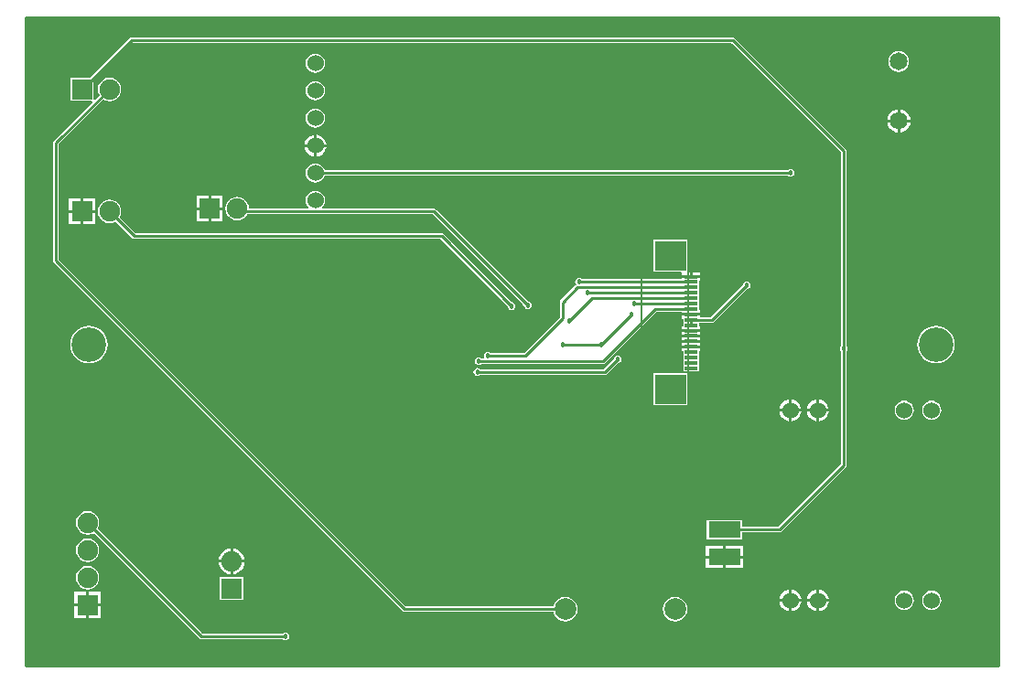
<source format=gbl>
G04*
G04 #@! TF.GenerationSoftware,Altium Limited,Altium Designer,18.1.7 (191)*
G04*
G04 Layer_Physical_Order=2*
G04 Layer_Color=16711680*
%FSLAX25Y25*%
%MOIN*%
G70*
G01*
G75*
%ADD10C,0.01000*%
%ADD12C,0.00787*%
%ADD18R,0.11811X0.05906*%
%ADD41C,0.07874*%
%ADD42C,0.06496*%
%ADD43R,0.07480X0.07480*%
%ADD44C,0.07480*%
%ADD45C,0.07480*%
%ADD46O,0.07480X0.07480*%
%ADD47R,0.07480X0.07480*%
%ADD48C,0.06000*%
%ADD49R,0.07480X0.07480*%
%ADD50C,0.01800*%
%ADD51C,0.12598*%
%ADD52R,0.11811X0.10630*%
%ADD53R,0.04724X0.01181*%
G36*
X540331Y183000D02*
X186000D01*
Y419220D01*
X540331D01*
Y183000D01*
D02*
G37*
%LPC*%
G36*
X504000Y406934D02*
X503022Y406805D01*
X502110Y406427D01*
X501327Y405827D01*
X500726Y405044D01*
X500348Y404132D01*
X500220Y403154D01*
X500348Y402175D01*
X500726Y401263D01*
X501327Y400480D01*
X502110Y399880D01*
X503022Y399502D01*
X504000Y399373D01*
X504978Y399502D01*
X505890Y399880D01*
X506673Y400480D01*
X507274Y401263D01*
X507652Y402175D01*
X507780Y403154D01*
X507652Y404132D01*
X507274Y405044D01*
X506673Y405827D01*
X505890Y406427D01*
X504978Y406805D01*
X504000Y406934D01*
D02*
G37*
G36*
X291500Y406030D02*
X290586Y405910D01*
X289735Y405557D01*
X289004Y404996D01*
X288443Y404265D01*
X288090Y403414D01*
X287970Y402500D01*
X288090Y401586D01*
X288443Y400735D01*
X289004Y400004D01*
X289735Y399443D01*
X290586Y399090D01*
X291500Y398970D01*
X292414Y399090D01*
X293265Y399443D01*
X293996Y400004D01*
X294557Y400735D01*
X294910Y401586D01*
X295030Y402500D01*
X294910Y403414D01*
X294557Y404265D01*
X293996Y404996D01*
X293265Y405557D01*
X292414Y405910D01*
X291500Y406030D01*
D02*
G37*
G36*
Y396030D02*
X290586Y395910D01*
X289735Y395557D01*
X289004Y394996D01*
X288443Y394265D01*
X288090Y393414D01*
X287970Y392500D01*
X288090Y391586D01*
X288443Y390735D01*
X289004Y390004D01*
X289735Y389443D01*
X290586Y389090D01*
X291500Y388970D01*
X292414Y389090D01*
X293265Y389443D01*
X293996Y390004D01*
X294557Y390735D01*
X294910Y391586D01*
X295030Y392500D01*
X294910Y393414D01*
X294557Y394265D01*
X293996Y394996D01*
X293265Y395557D01*
X292414Y395910D01*
X291500Y396030D01*
D02*
G37*
G36*
X504500Y385719D02*
Y382000D01*
X508219D01*
X508139Y382609D01*
X507711Y383642D01*
X507030Y384530D01*
X506142Y385211D01*
X505109Y385639D01*
X504500Y385719D01*
D02*
G37*
G36*
X503500D02*
X502891Y385639D01*
X501858Y385211D01*
X500970Y384530D01*
X500289Y383642D01*
X499861Y382609D01*
X499781Y382000D01*
X503500D01*
Y385719D01*
D02*
G37*
G36*
X291500Y386030D02*
X290586Y385910D01*
X289735Y385557D01*
X289004Y384996D01*
X288443Y384265D01*
X288090Y383414D01*
X287970Y382500D01*
X288090Y381586D01*
X288443Y380735D01*
X289004Y380004D01*
X289735Y379443D01*
X290586Y379090D01*
X291500Y378970D01*
X292414Y379090D01*
X293265Y379443D01*
X293996Y380004D01*
X294557Y380735D01*
X294910Y381586D01*
X295030Y382500D01*
X294910Y383414D01*
X294557Y384265D01*
X293996Y384996D01*
X293265Y385557D01*
X292414Y385910D01*
X291500Y386030D01*
D02*
G37*
G36*
X508219Y381000D02*
X504500D01*
Y377281D01*
X505109Y377361D01*
X506142Y377789D01*
X507030Y378470D01*
X507711Y379358D01*
X508139Y380391D01*
X508219Y381000D01*
D02*
G37*
G36*
X503500D02*
X499781D01*
X499861Y380391D01*
X500289Y379358D01*
X500970Y378470D01*
X501858Y377789D01*
X502891Y377361D01*
X503500Y377281D01*
Y381000D01*
D02*
G37*
G36*
X292000Y376469D02*
Y373000D01*
X295469D01*
X295397Y373544D01*
X294994Y374517D01*
X294353Y375353D01*
X293517Y375994D01*
X292544Y376397D01*
X292000Y376469D01*
D02*
G37*
G36*
X291000D02*
X290456Y376397D01*
X289483Y375994D01*
X288647Y375353D01*
X288006Y374517D01*
X287603Y373544D01*
X287531Y373000D01*
X291000D01*
Y376469D01*
D02*
G37*
G36*
X295469Y372000D02*
X292000D01*
Y368531D01*
X292544Y368603D01*
X293517Y369006D01*
X294353Y369647D01*
X294994Y370483D01*
X295397Y371456D01*
X295469Y372000D01*
D02*
G37*
G36*
X291000D02*
X287531D01*
X287603Y371456D01*
X288006Y370483D01*
X288647Y369647D01*
X289483Y369006D01*
X290456Y368603D01*
X291000Y368531D01*
Y372000D01*
D02*
G37*
G36*
X291500Y366030D02*
X290586Y365910D01*
X289735Y365557D01*
X289004Y364996D01*
X288443Y364265D01*
X288090Y363414D01*
X287970Y362500D01*
X288090Y361586D01*
X288443Y360735D01*
X289004Y360004D01*
X289735Y359443D01*
X290586Y359090D01*
X291500Y358970D01*
X292414Y359090D01*
X293265Y359443D01*
X293996Y360004D01*
X294557Y360735D01*
X294866Y361480D01*
X463506D01*
X463954Y361181D01*
X464500Y361073D01*
X465046Y361181D01*
X465509Y361491D01*
X465819Y361954D01*
X465927Y362500D01*
X465819Y363046D01*
X465509Y363509D01*
X465046Y363819D01*
X464500Y363927D01*
X463954Y363819D01*
X463506Y363520D01*
X294866D01*
X294557Y364265D01*
X293996Y364996D01*
X293265Y365557D01*
X292414Y365910D01*
X291500Y366030D01*
D02*
G37*
G36*
X257740Y354240D02*
X253500D01*
Y350000D01*
X257740D01*
Y354240D01*
D02*
G37*
G36*
X252500D02*
X248260D01*
Y350000D01*
X252500D01*
Y354240D01*
D02*
G37*
G36*
X291500Y356030D02*
X290586Y355910D01*
X289735Y355557D01*
X289004Y354996D01*
X288443Y354265D01*
X288090Y353414D01*
X287970Y352500D01*
X288090Y351586D01*
X288443Y350735D01*
X288992Y350020D01*
X288965Y349838D01*
X288857Y349520D01*
X267274D01*
X267131Y350607D01*
X266704Y351638D01*
X266024Y352524D01*
X265138Y353204D01*
X264107Y353631D01*
X263000Y353777D01*
X261893Y353631D01*
X260862Y353204D01*
X259976Y352524D01*
X259296Y351638D01*
X258869Y350607D01*
X258723Y349500D01*
X258869Y348393D01*
X259296Y347362D01*
X259976Y346476D01*
X260862Y345796D01*
X261893Y345369D01*
X263000Y345223D01*
X264107Y345369D01*
X265138Y345796D01*
X266024Y346476D01*
X266704Y347362D01*
X266753Y347480D01*
X334294D01*
X367434Y314340D01*
X367540Y313812D01*
X367849Y313349D01*
X368312Y313039D01*
X368858Y312931D01*
X369405Y313039D01*
X369868Y313349D01*
X370177Y313812D01*
X370286Y314358D01*
X370177Y314904D01*
X369868Y315368D01*
X369405Y315677D01*
X368876Y315782D01*
X335437Y349221D01*
X335107Y349442D01*
X334717Y349520D01*
X294143D01*
X294035Y349838D01*
X294008Y350020D01*
X294557Y350735D01*
X294910Y351586D01*
X295030Y352500D01*
X294910Y353414D01*
X294557Y354265D01*
X293996Y354996D01*
X293265Y355557D01*
X292414Y355910D01*
X291500Y356030D01*
D02*
G37*
G36*
X211240Y353240D02*
X207000D01*
Y349000D01*
X211240D01*
Y353240D01*
D02*
G37*
G36*
X206000D02*
X201760D01*
Y349000D01*
X206000D01*
Y353240D01*
D02*
G37*
G36*
X257740Y349000D02*
X253500D01*
Y344760D01*
X257740D01*
Y349000D01*
D02*
G37*
G36*
X252500D02*
X248260D01*
Y344760D01*
X252500D01*
Y349000D01*
D02*
G37*
G36*
X211240Y348000D02*
X207000D01*
Y343760D01*
X211240D01*
Y348000D01*
D02*
G37*
G36*
X206000D02*
X201760D01*
Y343760D01*
X206000D01*
Y348000D01*
D02*
G37*
G36*
X431736Y326323D02*
X428874D01*
Y325232D01*
X431736D01*
Y326323D01*
D02*
G37*
G36*
X427457Y338146D02*
X414646D01*
Y326516D01*
X424592D01*
X425012Y326323D01*
X425012Y326016D01*
Y325232D01*
X427874D01*
Y326324D01*
X427457Y326516D01*
X427457Y326823D01*
Y338146D01*
D02*
G37*
G36*
X431736Y324232D02*
X425012D01*
Y323783D01*
X388494D01*
X388046Y324082D01*
X387500Y324191D01*
X386954Y324082D01*
X386491Y323773D01*
X386181Y323310D01*
X386073Y322764D01*
X386181Y322217D01*
X386491Y321754D01*
X386174Y321516D01*
X380779Y316121D01*
X380558Y315790D01*
X380480Y315400D01*
Y309922D01*
X367467Y296909D01*
X355384D01*
X354936Y297208D01*
X354390Y297317D01*
X353843Y297208D01*
X353380Y296899D01*
X353071Y296436D01*
X352962Y295890D01*
X353052Y295441D01*
X352784Y294941D01*
X351994D01*
X351546Y295240D01*
X351000Y295349D01*
X350454Y295240D01*
X349991Y294931D01*
X349681Y294467D01*
X349573Y293921D01*
X349681Y293375D01*
X349991Y292912D01*
X350454Y292602D01*
X351000Y292494D01*
X351546Y292602D01*
X351994Y292902D01*
X396201D01*
X396591Y292979D01*
X396922Y293200D01*
X415623Y311902D01*
X425012D01*
Y311453D01*
X431736D01*
Y312543D01*
X431236D01*
Y315768D01*
Y319705D01*
Y323142D01*
X431736D01*
Y324232D01*
D02*
G37*
G36*
X216500Y352777D02*
X215393Y352631D01*
X214362Y352204D01*
X213476Y351524D01*
X212796Y350638D01*
X212369Y349607D01*
X212223Y348500D01*
X212369Y347393D01*
X212796Y346362D01*
X213476Y345476D01*
X214362Y344796D01*
X215393Y344369D01*
X216500Y344223D01*
X217607Y344369D01*
X218638Y344796D01*
X218708Y344850D01*
X224779Y338779D01*
X225110Y338558D01*
X225500Y338480D01*
X337066D01*
X361529Y314017D01*
X361634Y313489D01*
X361943Y313026D01*
X362406Y312717D01*
X362953Y312608D01*
X363499Y312717D01*
X363962Y313026D01*
X364271Y313489D01*
X364380Y314035D01*
X364271Y314582D01*
X363962Y315045D01*
X363499Y315354D01*
X362971Y315459D01*
X338209Y340221D01*
X337878Y340442D01*
X337488Y340520D01*
X225922D01*
X220150Y346292D01*
X220204Y346362D01*
X220631Y347393D01*
X220777Y348500D01*
X220631Y349607D01*
X220204Y350638D01*
X219524Y351524D01*
X218638Y352204D01*
X217607Y352631D01*
X216500Y352777D01*
D02*
G37*
G36*
X448500Y322927D02*
X447954Y322819D01*
X447491Y322509D01*
X447181Y322046D01*
X447076Y321518D01*
X435562Y310004D01*
X431736D01*
Y310453D01*
X425012D01*
Y309362D01*
X425512D01*
Y306638D01*
X425012D01*
Y305547D01*
X431736D01*
Y306638D01*
X431236D01*
Y307965D01*
X435984D01*
X436374Y308042D01*
X436705Y308263D01*
X448518Y320076D01*
X449046Y320181D01*
X449509Y320491D01*
X449819Y320954D01*
X449927Y321500D01*
X449819Y322046D01*
X449509Y322509D01*
X449046Y322819D01*
X448500Y322927D01*
D02*
G37*
G36*
X431736Y304547D02*
X425012D01*
Y303579D01*
X431736D01*
Y304547D01*
D02*
G37*
G36*
Y302579D02*
X425012D01*
Y301610D01*
X431736D01*
Y302579D01*
D02*
G37*
G36*
Y300610D02*
X425012D01*
Y299642D01*
X431736D01*
Y300610D01*
D02*
G37*
G36*
X517500Y306832D02*
X516167Y306701D01*
X514886Y306312D01*
X513704Y305681D01*
X512669Y304831D01*
X511819Y303796D01*
X511188Y302614D01*
X510799Y301333D01*
X510668Y300000D01*
X510799Y298667D01*
X511188Y297386D01*
X511819Y296204D01*
X512669Y295169D01*
X513704Y294319D01*
X514886Y293688D01*
X516167Y293299D01*
X517500Y293168D01*
X518833Y293299D01*
X520115Y293688D01*
X521296Y294319D01*
X522331Y295169D01*
X523181Y296204D01*
X523812Y297386D01*
X524201Y298667D01*
X524332Y300000D01*
X524201Y301333D01*
X523812Y302614D01*
X523181Y303796D01*
X522331Y304831D01*
X521296Y305681D01*
X520115Y306312D01*
X518833Y306701D01*
X517500Y306832D01*
D02*
G37*
G36*
X209000D02*
X207667Y306701D01*
X206385Y306312D01*
X205204Y305681D01*
X204169Y304831D01*
X203319Y303796D01*
X202688Y302614D01*
X202299Y301333D01*
X202168Y300000D01*
X202299Y298667D01*
X202688Y297386D01*
X203319Y296204D01*
X204169Y295169D01*
X205204Y294319D01*
X206385Y293688D01*
X207667Y293299D01*
X209000Y293168D01*
X210333Y293299D01*
X211614Y293688D01*
X212796Y294319D01*
X213831Y295169D01*
X214681Y296204D01*
X215312Y297386D01*
X215701Y298667D01*
X215832Y300000D01*
X215701Y301333D01*
X215312Y302614D01*
X214681Y303796D01*
X213831Y304831D01*
X212796Y305681D01*
X211614Y306312D01*
X210333Y306701D01*
X209000Y306832D01*
D02*
G37*
G36*
X401500Y295927D02*
X400954Y295819D01*
X400491Y295509D01*
X400181Y295046D01*
X400076Y294518D01*
X396562Y291004D01*
X351494D01*
X351046Y291303D01*
X350500Y291412D01*
X349954Y291303D01*
X349491Y290994D01*
X349181Y290530D01*
X349073Y289984D01*
X349181Y289438D01*
X349491Y288975D01*
X349954Y288666D01*
X350500Y288557D01*
X351046Y288666D01*
X351494Y288965D01*
X396984D01*
X397374Y289042D01*
X397705Y289263D01*
X401518Y293076D01*
X402046Y293181D01*
X402509Y293491D01*
X402819Y293954D01*
X402927Y294500D01*
X402819Y295046D01*
X402509Y295509D01*
X402046Y295819D01*
X401500Y295927D01*
D02*
G37*
G36*
X431736Y298642D02*
X425012D01*
Y297551D01*
X425512D01*
Y294114D01*
Y290177D01*
X431236D01*
Y294114D01*
Y297551D01*
X431736D01*
Y298642D01*
D02*
G37*
G36*
X427457Y289484D02*
X414646D01*
Y277854D01*
X427457D01*
Y289484D01*
D02*
G37*
G36*
X475004Y279969D02*
Y276500D01*
X478473D01*
X478401Y277044D01*
X477998Y278017D01*
X477357Y278853D01*
X476521Y279494D01*
X475548Y279897D01*
X475004Y279969D01*
D02*
G37*
G36*
X465004D02*
Y276500D01*
X468473D01*
X468401Y277044D01*
X467998Y278017D01*
X467357Y278853D01*
X466521Y279494D01*
X465548Y279897D01*
X465004Y279969D01*
D02*
G37*
G36*
X464004Y279969D02*
X463460Y279897D01*
X462487Y279494D01*
X461651Y278853D01*
X461010Y278017D01*
X460607Y277044D01*
X460535Y276500D01*
X464004D01*
Y279969D01*
D02*
G37*
G36*
X474004D02*
X473460Y279897D01*
X472487Y279494D01*
X471651Y278853D01*
X471010Y278017D01*
X470607Y277044D01*
X470535Y276500D01*
X474004D01*
Y279969D01*
D02*
G37*
G36*
X516000Y279530D02*
X515086Y279410D01*
X514235Y279057D01*
X513504Y278496D01*
X512943Y277765D01*
X512590Y276914D01*
X512470Y276000D01*
X512590Y275086D01*
X512943Y274235D01*
X513504Y273504D01*
X514235Y272943D01*
X515086Y272590D01*
X516000Y272470D01*
X516914Y272590D01*
X517765Y272943D01*
X518496Y273504D01*
X519057Y274235D01*
X519410Y275086D01*
X519530Y276000D01*
X519410Y276914D01*
X519057Y277765D01*
X518496Y278496D01*
X517765Y279057D01*
X516914Y279410D01*
X516000Y279530D01*
D02*
G37*
G36*
X506000D02*
X505086Y279410D01*
X504235Y279057D01*
X503504Y278496D01*
X502943Y277765D01*
X502590Y276914D01*
X502470Y276000D01*
X502590Y275086D01*
X502943Y274235D01*
X503504Y273504D01*
X504235Y272943D01*
X505086Y272590D01*
X506000Y272470D01*
X506914Y272590D01*
X507765Y272943D01*
X508496Y273504D01*
X509057Y274235D01*
X509410Y275086D01*
X509530Y276000D01*
X509410Y276914D01*
X509057Y277765D01*
X508496Y278496D01*
X507765Y279057D01*
X506914Y279410D01*
X506000Y279530D01*
D02*
G37*
G36*
X478473Y275500D02*
X475004D01*
Y272031D01*
X475548Y272103D01*
X476521Y272506D01*
X477357Y273147D01*
X477998Y273983D01*
X478401Y274956D01*
X478473Y275500D01*
D02*
G37*
G36*
X468473D02*
X465004D01*
Y272031D01*
X465548Y272103D01*
X466521Y272506D01*
X467357Y273147D01*
X467998Y273983D01*
X468401Y274956D01*
X468473Y275500D01*
D02*
G37*
G36*
X474004D02*
X470535D01*
X470607Y274956D01*
X471010Y273983D01*
X471651Y273147D01*
X472487Y272506D01*
X473460Y272103D01*
X474004Y272031D01*
Y275500D01*
D02*
G37*
G36*
X464004D02*
X460535D01*
X460607Y274956D01*
X461010Y273983D01*
X461651Y273147D01*
X462487Y272506D01*
X463460Y272103D01*
X464004Y272031D01*
Y275500D01*
D02*
G37*
G36*
X443500Y412020D02*
X224500D01*
X224110Y411942D01*
X223779Y411721D01*
X209298Y397240D01*
X202260D01*
Y388760D01*
X210111D01*
X210318Y388260D01*
X196279Y374221D01*
X196058Y373890D01*
X195980Y373500D01*
Y330500D01*
X196058Y330110D01*
X196279Y329779D01*
X323279Y202779D01*
X323610Y202558D01*
X324000Y202480D01*
X378179D01*
X378197Y202342D01*
X378644Y201262D01*
X379355Y200336D01*
X380282Y199624D01*
X381361Y199177D01*
X382520Y199025D01*
X383678Y199177D01*
X384757Y199624D01*
X385684Y200336D01*
X386395Y201262D01*
X386842Y202342D01*
X386995Y203500D01*
X386842Y204658D01*
X386395Y205738D01*
X385684Y206664D01*
X384757Y207376D01*
X383678Y207823D01*
X382520Y207975D01*
X381361Y207823D01*
X380282Y207376D01*
X379355Y206664D01*
X378644Y205738D01*
X378197Y204658D01*
X378179Y204520D01*
X324422D01*
X198020Y330922D01*
Y373078D01*
X214292Y389350D01*
X214362Y389296D01*
X215393Y388869D01*
X216500Y388723D01*
X217607Y388869D01*
X218638Y389296D01*
X219524Y389976D01*
X220204Y390862D01*
X220631Y391893D01*
X220777Y393000D01*
X220631Y394107D01*
X220204Y395138D01*
X219524Y396024D01*
X218638Y396704D01*
X217607Y397131D01*
X216500Y397277D01*
X215393Y397131D01*
X214362Y396704D01*
X213476Y396024D01*
X212796Y395138D01*
X212369Y394107D01*
X212223Y393000D01*
X212369Y391893D01*
X212796Y390862D01*
X212850Y390792D01*
X211240Y389182D01*
X210740Y389389D01*
Y395798D01*
X224922Y409980D01*
X443078D01*
X482980Y370078D01*
Y299494D01*
X482681Y299046D01*
X482573Y298500D01*
X482681Y297954D01*
X482980Y297506D01*
Y256422D01*
X460078Y233520D01*
X446906D01*
Y235953D01*
X434094D01*
Y229047D01*
X446906D01*
Y231480D01*
X460500D01*
X460890Y231558D01*
X461221Y231779D01*
X484721Y255279D01*
X484942Y255610D01*
X485020Y256000D01*
Y297506D01*
X485319Y297954D01*
X485427Y298500D01*
X485319Y299046D01*
X485020Y299494D01*
Y370500D01*
X484942Y370890D01*
X484721Y371221D01*
X444221Y411721D01*
X443890Y411942D01*
X443500Y412020D01*
D02*
G37*
G36*
X447405Y226453D02*
X441000D01*
Y223000D01*
X447405D01*
Y226453D01*
D02*
G37*
G36*
X440000D02*
X433595D01*
Y223000D01*
X440000D01*
Y226453D01*
D02*
G37*
G36*
X261500Y225715D02*
Y221500D01*
X265715D01*
X265618Y222237D01*
X265141Y223391D01*
X264381Y224381D01*
X263390Y225141D01*
X262237Y225618D01*
X261500Y225715D01*
D02*
G37*
G36*
X260500D02*
X259763Y225618D01*
X258610Y225141D01*
X257619Y224381D01*
X256859Y223391D01*
X256382Y222237D01*
X256285Y221500D01*
X260500D01*
Y225715D01*
D02*
G37*
G36*
X208500Y229277D02*
X207393Y229131D01*
X206362Y228704D01*
X205476Y228024D01*
X204796Y227138D01*
X204369Y226107D01*
X204223Y225000D01*
X204369Y223893D01*
X204796Y222862D01*
X205476Y221976D01*
X206362Y221296D01*
X207393Y220869D01*
X208500Y220723D01*
X209607Y220869D01*
X210638Y221296D01*
X211524Y221976D01*
X212204Y222862D01*
X212631Y223893D01*
X212777Y225000D01*
X212631Y226107D01*
X212204Y227138D01*
X211524Y228024D01*
X210638Y228704D01*
X209607Y229131D01*
X208500Y229277D01*
D02*
G37*
G36*
X447405Y222000D02*
X441000D01*
Y218547D01*
X447405D01*
Y222000D01*
D02*
G37*
G36*
X440000D02*
X433595D01*
Y218547D01*
X440000D01*
Y222000D01*
D02*
G37*
G36*
X265715Y220500D02*
X261500D01*
Y216285D01*
X262237Y216382D01*
X263390Y216860D01*
X264381Y217619D01*
X265141Y218609D01*
X265618Y219763D01*
X265715Y220500D01*
D02*
G37*
G36*
X260500D02*
X256285D01*
X256382Y219763D01*
X256859Y218609D01*
X257619Y217619D01*
X258610Y216860D01*
X259763Y216382D01*
X260500Y216285D01*
Y220500D01*
D02*
G37*
G36*
X208500Y219277D02*
X207393Y219131D01*
X206362Y218704D01*
X205476Y218024D01*
X204796Y217138D01*
X204369Y216107D01*
X204223Y215000D01*
X204369Y213893D01*
X204796Y212862D01*
X205476Y211976D01*
X206362Y211296D01*
X207393Y210869D01*
X208500Y210723D01*
X209607Y210869D01*
X210638Y211296D01*
X211524Y211976D01*
X212204Y212862D01*
X212631Y213893D01*
X212777Y215000D01*
X212631Y216107D01*
X212204Y217138D01*
X211524Y218024D01*
X210638Y218704D01*
X209607Y219131D01*
X208500Y219277D01*
D02*
G37*
G36*
X475004Y210677D02*
Y207209D01*
X478473D01*
X478401Y207753D01*
X477998Y208726D01*
X477357Y209561D01*
X476521Y210203D01*
X475548Y210606D01*
X475004Y210677D01*
D02*
G37*
G36*
X465004D02*
Y207209D01*
X468473D01*
X468401Y207753D01*
X467998Y208726D01*
X467357Y209561D01*
X466521Y210203D01*
X465548Y210606D01*
X465004Y210677D01*
D02*
G37*
G36*
X464004Y210677D02*
X463460Y210606D01*
X462487Y210203D01*
X461651Y209561D01*
X461010Y208726D01*
X460607Y207753D01*
X460535Y207209D01*
X464004D01*
Y210677D01*
D02*
G37*
G36*
X474004D02*
X473460Y210606D01*
X472487Y210203D01*
X471651Y209561D01*
X471010Y208726D01*
X470607Y207753D01*
X470535Y207209D01*
X474004D01*
Y210677D01*
D02*
G37*
G36*
X265240Y215240D02*
X256760D01*
Y206760D01*
X265240D01*
Y215240D01*
D02*
G37*
G36*
X213240Y209740D02*
X209000D01*
Y205500D01*
X213240D01*
Y209740D01*
D02*
G37*
G36*
X208000D02*
X203760D01*
Y205500D01*
X208000D01*
Y209740D01*
D02*
G37*
G36*
X516000Y210239D02*
X515086Y210119D01*
X514235Y209766D01*
X513504Y209205D01*
X512943Y208474D01*
X512590Y207622D01*
X512470Y206709D01*
X512590Y205795D01*
X512943Y204944D01*
X513504Y204212D01*
X514235Y203651D01*
X515086Y203299D01*
X516000Y203179D01*
X516914Y203299D01*
X517765Y203651D01*
X518496Y204212D01*
X519057Y204944D01*
X519410Y205795D01*
X519530Y206709D01*
X519410Y207622D01*
X519057Y208474D01*
X518496Y209205D01*
X517765Y209766D01*
X516914Y210119D01*
X516000Y210239D01*
D02*
G37*
G36*
X506000D02*
X505086Y210119D01*
X504235Y209766D01*
X503504Y209205D01*
X502943Y208474D01*
X502590Y207622D01*
X502470Y206709D01*
X502590Y205795D01*
X502943Y204944D01*
X503504Y204212D01*
X504235Y203651D01*
X505086Y203299D01*
X506000Y203179D01*
X506914Y203299D01*
X507765Y203651D01*
X508496Y204212D01*
X509057Y204944D01*
X509410Y205795D01*
X509530Y206709D01*
X509410Y207622D01*
X509057Y208474D01*
X508496Y209205D01*
X507765Y209766D01*
X506914Y210119D01*
X506000Y210239D01*
D02*
G37*
G36*
X478473Y206209D02*
X475004D01*
Y202740D01*
X475548Y202812D01*
X476521Y203215D01*
X477357Y203856D01*
X477998Y204691D01*
X478401Y205664D01*
X478473Y206209D01*
D02*
G37*
G36*
X468473D02*
X465004D01*
Y202740D01*
X465548Y202812D01*
X466521Y203215D01*
X467357Y203856D01*
X467998Y204691D01*
X468401Y205664D01*
X468473Y206209D01*
D02*
G37*
G36*
X474004D02*
X470535D01*
X470607Y205664D01*
X471010Y204691D01*
X471651Y203856D01*
X472487Y203215D01*
X473460Y202812D01*
X474004Y202740D01*
Y206209D01*
D02*
G37*
G36*
X464004D02*
X460535D01*
X460607Y205664D01*
X461010Y204691D01*
X461651Y203856D01*
X462487Y203215D01*
X463460Y202812D01*
X464004Y202740D01*
Y206209D01*
D02*
G37*
G36*
X213240Y204500D02*
X209000D01*
Y200260D01*
X213240D01*
Y204500D01*
D02*
G37*
G36*
X208000D02*
X203760D01*
Y200260D01*
X208000D01*
Y204500D01*
D02*
G37*
G36*
X422480Y207975D02*
X421322Y207823D01*
X420243Y207376D01*
X419316Y206664D01*
X418605Y205738D01*
X418157Y204658D01*
X418005Y203500D01*
X418157Y202342D01*
X418605Y201262D01*
X419316Y200336D01*
X420243Y199624D01*
X421322Y199177D01*
X422480Y199025D01*
X423639Y199177D01*
X424718Y199624D01*
X425645Y200336D01*
X426356Y201262D01*
X426803Y202342D01*
X426956Y203500D01*
X426803Y204658D01*
X426356Y205738D01*
X425645Y206664D01*
X424718Y207376D01*
X423639Y207823D01*
X422480Y207975D01*
D02*
G37*
G36*
X208500Y239277D02*
X207393Y239131D01*
X206362Y238704D01*
X205476Y238024D01*
X204796Y237138D01*
X204369Y236107D01*
X204223Y235000D01*
X204369Y233893D01*
X204796Y232862D01*
X205476Y231976D01*
X206362Y231296D01*
X207393Y230869D01*
X208500Y230723D01*
X209607Y230869D01*
X210638Y231296D01*
X210708Y231350D01*
X249279Y192779D01*
X249610Y192558D01*
X250000Y192480D01*
X279506D01*
X279954Y192181D01*
X280500Y192073D01*
X281046Y192181D01*
X281509Y192491D01*
X281819Y192954D01*
X281927Y193500D01*
X281819Y194046D01*
X281509Y194509D01*
X281046Y194819D01*
X280500Y194927D01*
X279954Y194819D01*
X279506Y194520D01*
X250422D01*
X212150Y232792D01*
X212204Y232862D01*
X212631Y233893D01*
X212777Y235000D01*
X212631Y236107D01*
X212204Y237138D01*
X211524Y238024D01*
X210638Y238704D01*
X209607Y239131D01*
X208500Y239277D01*
D02*
G37*
%LPD*%
D10*
X386895Y320795D02*
X428374D01*
X381500Y315400D02*
X386895Y320795D01*
X381500Y309500D02*
Y315400D01*
X387500Y322764D02*
X428374D01*
X390500Y318827D02*
X428374D01*
X384000Y308500D02*
X392400Y316900D01*
X428332D01*
X428374Y316858D01*
X428264Y315000D02*
X428374Y314890D01*
X407500Y315000D02*
X428264D01*
X415201Y312921D02*
X428374D01*
X396201Y293921D02*
X415201Y312921D01*
X428374Y308984D02*
X435984D01*
X428374Y307016D02*
Y308984D01*
X395500Y300000D02*
X406500Y311000D01*
X435984Y308984D02*
X448500Y321500D01*
X395327Y299827D02*
X395500Y300000D01*
X381500Y299827D02*
X395327D01*
X250000Y193500D02*
X280500D01*
X208500Y235000D02*
X250000Y193500D01*
X197000Y330500D02*
X324000Y203500D01*
X197000Y330500D02*
Y373500D01*
X324000Y203500D02*
X382520D01*
X367890Y295890D02*
X381500Y309500D01*
X354390Y295890D02*
X367890D01*
X396984Y289984D02*
X401500Y294500D01*
X350500Y289984D02*
X396984D01*
X351000Y293921D02*
X396201D01*
X291500Y362500D02*
X464500D01*
X484000Y298500D02*
Y370500D01*
X443500Y411000D02*
X484000Y370500D01*
X224500Y411000D02*
X443500D01*
X206500Y393000D02*
X224500Y411000D01*
X484000Y256000D02*
Y298500D01*
X460500Y232500D02*
X484000Y256000D01*
X440500Y232500D02*
X460500D01*
X197000Y373500D02*
X216500Y393000D01*
X337488Y339500D02*
X362953Y314035D01*
X225500Y339500D02*
X337488D01*
X216500Y348500D02*
X225500Y339500D01*
X263000Y348500D02*
X334717D01*
X368858Y314358D01*
X263000Y348500D02*
Y349500D01*
X540331Y183000D02*
Y419220D01*
X186000Y183000D02*
X540331D01*
X186000D02*
Y419220D01*
X540331D01*
D12*
X410264Y277488D02*
X427193D01*
Y338512D01*
X410264D02*
X427193D01*
X410264Y277488D02*
Y338512D01*
D18*
X440500Y232500D02*
D03*
Y222500D02*
D03*
D41*
X382520Y203500D02*
D03*
X422480D02*
D03*
D42*
X504000Y381500D02*
D03*
Y403154D02*
D03*
D43*
X261000Y211000D02*
D03*
D44*
Y221000D02*
D03*
X263000Y349500D02*
D03*
X216500Y348500D02*
D03*
Y393000D02*
D03*
D45*
X208500Y235000D02*
D03*
D46*
Y225000D02*
D03*
Y215000D02*
D03*
D47*
Y205000D02*
D03*
D48*
X516000Y276000D02*
D03*
X506000D02*
D03*
X474504D02*
D03*
X464504D02*
D03*
X516000Y206709D02*
D03*
X506000D02*
D03*
X474504D02*
D03*
X464504D02*
D03*
X291500Y402500D02*
D03*
Y392500D02*
D03*
Y352500D02*
D03*
Y362500D02*
D03*
Y372500D02*
D03*
Y382500D02*
D03*
D49*
X253000Y349500D02*
D03*
X206500Y348500D02*
D03*
Y393000D02*
D03*
D50*
X390500Y318827D02*
D03*
X387500Y322764D02*
D03*
X407500Y315000D02*
D03*
X406500Y311000D02*
D03*
X448500Y321500D02*
D03*
X395500Y300000D02*
D03*
X381500Y299827D02*
D03*
X384000Y308500D02*
D03*
X280500Y193500D02*
D03*
X354390Y295890D02*
D03*
X401500Y294500D02*
D03*
X350500Y289984D02*
D03*
X351000Y293921D02*
D03*
X464500Y362500D02*
D03*
X484000Y298500D02*
D03*
X362953Y314035D02*
D03*
X368858Y314358D02*
D03*
D51*
X209000Y300000D02*
D03*
X517500D02*
D03*
D52*
X421051Y332331D02*
D03*
Y283669D02*
D03*
D53*
X428374Y324732D02*
D03*
Y322764D02*
D03*
Y320795D02*
D03*
Y318827D02*
D03*
Y316858D02*
D03*
Y314890D02*
D03*
Y312921D02*
D03*
Y310953D02*
D03*
Y308984D02*
D03*
Y307016D02*
D03*
Y305047D02*
D03*
Y303079D02*
D03*
Y301110D02*
D03*
Y299142D02*
D03*
Y297173D02*
D03*
Y295205D02*
D03*
Y293236D02*
D03*
Y291268D02*
D03*
M02*

</source>
